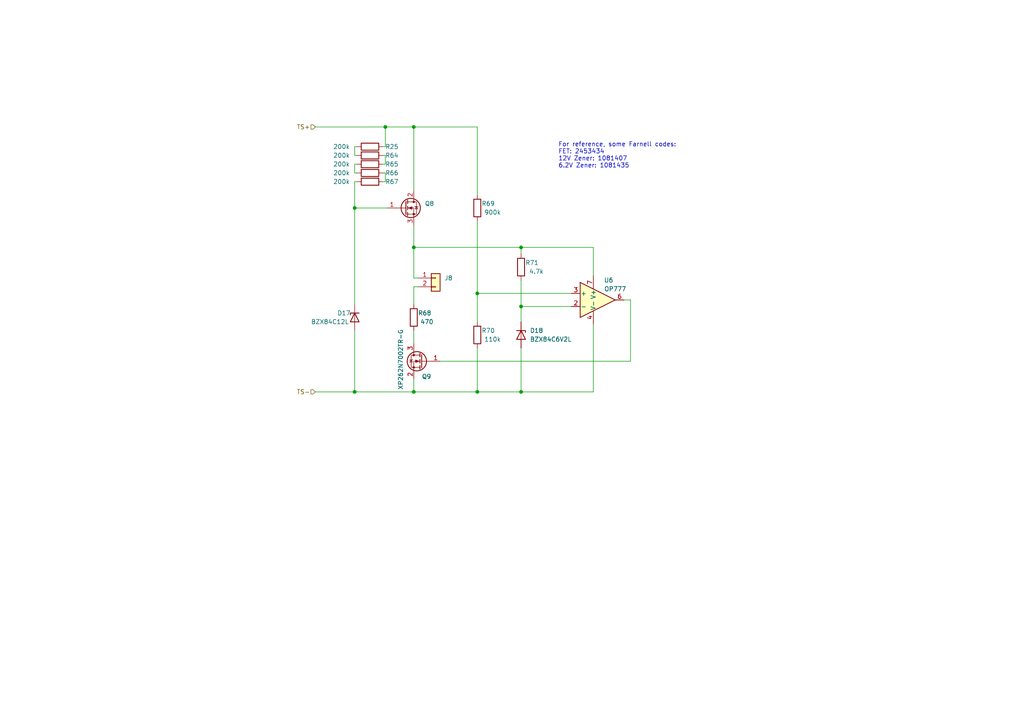
<source format=kicad_sch>
(kicad_sch (version 20211123) (generator eeschema)
  (paper "A4")
  (lib_symbols
    (symbol "Connector_Generic:Conn_01x02" (pin_names (offset 1.016) hide)
      (property "Reference" "J" (at 0 2.54 0))
      (property "Value" "Conn_01x02" (at 0 -5.08 0))
      (symbol "Conn_01x02_1_1"
        (rectangle (start -1.27 -2.413) (end 0 -2.667) (stroke (width 0.1524)))
        (rectangle (start -1.27 0.127) (end 0 -0.127) (stroke (width 0.1524)))
        (rectangle (start -1.27 1.27) (end 1.27 -3.81) (stroke (width 0.254)) (fill (type background)))
        (pin passive line (at -5.08 0 0) (length 3.81) (name "Pin_1") (number "1"))
        (pin passive line (at -5.08 -2.54 0) (length 3.81) (name "Pin_2") (number "2"))
      )
    )
    (symbol "Device:Q_NMOS_GSD" (pin_names (offset 0) hide)
      (property "Reference" "Q" (at 5.08 1.27 0))
      (property "Value" "Q_NMOS_GSD" (at 5.08 -1.27 0))
      (symbol "Q_NMOS_GSD_0_1"
        (polyline (pts (xy 0.254 0) (xy -2.54 0)))
        (polyline (pts (xy 0.254 1.905) (xy 0.254 -1.905)) (stroke (width 0.254)))
        (polyline (pts (xy 0.762 -1.27) (xy 0.762 -2.286)) (stroke (width 0.254)))
        (polyline (pts (xy 0.762 0.508) (xy 0.762 -0.508)) (stroke (width 0.254)))
        (polyline (pts (xy 0.762 2.286) (xy 0.762 1.27)) (stroke (width 0.254)))
        (polyline (pts (xy 2.54 2.54) (xy 2.54 1.778)))
        (polyline (pts (xy 2.54 -2.54) (xy 2.54 0) (xy 0.762 0)))
        (polyline (pts (xy 0.762 -1.778) (xy 3.302 -1.778) (xy 3.302 1.778) (xy 0.762 1.778)))
        (polyline (pts (xy 1.016 0) (xy 2.032 0.381) (xy 2.032 -0.381) (xy 1.016 0)) (fill (type outline)))
        (polyline (pts (xy 2.794 0.508) (xy 2.921 0.381) (xy 3.683 0.381) (xy 3.81 0.254)))
        (polyline (pts (xy 3.302 0.381) (xy 2.921 -0.254) (xy 3.683 -0.254) (xy 3.302 0.381)))
        (circle (center 1.651 0) (radius 2.794) (stroke (width 0.254)))
        (circle (center 2.54 -1.778) (radius 0.254) (fill (type outline)))
        (circle (center 2.54 1.778) (radius 0.254) (fill (type outline)))
      )
      (symbol "Q_NMOS_GSD_1_1"
        (pin input line (at -5.08 0 0) (length 2.54) (name "G") (number "1"))
        (pin passive line (at 2.54 -5.08 90) (length 2.54) (name "S") (number "2"))
        (pin passive line (at 2.54 5.08 270) (length 2.54) (name "D") (number "3"))
      )
    )
    (symbol "Device:R" (pin_numbers hide) (pin_names (offset 0))
      (property "Reference" "R" (at 2.032 0 90))
      (property "Value" "R" (at 0 0 90))
      (symbol "R_0_1"
        (rectangle (start -1.016 -2.54) (end 1.016 2.54) (stroke (width 0.254)))
      )
      (symbol "R_1_1"
        (pin passive line (at 0 3.81 270) (length 1.27) (name "~") (number "1"))
        (pin passive line (at 0 -3.81 90) (length 1.27) (name "~") (number "2"))
      )
    )
    (symbol "Diode:BZX84Cxx" (pin_numbers hide) (pin_names hide)
      (property "Reference" "D" (at 0 3.81 0))
      (property "Value" "BZX84Cxx" (at 0 -3.81 0))
      (symbol "BZX84Cxx_0_1"
        (polyline (pts (xy 1.27 0) (xy -1.27 0)))
        (polyline (pts (xy -1.27 -1.27) (xy -1.27 1.27) (xy -0.762 1.27)) (stroke (width 0.254)))
        (polyline (pts (xy 1.27 -1.27) (xy 1.27 1.27) (xy -1.27 0) (xy 1.27 -1.27)) (stroke (width 0.254)))
      )
      (symbol "BZX84Cxx_1_1"
        (pin passive line (at 3.81 0 180) (length 2.54) (name "A") (number "1"))
        (pin no_connect line (at 1.27 0 180) (length 2.54) hide (name "NC") (number "2"))
        (pin passive line (at -3.81 0 0) (length 2.54) (name "K") (number "3"))
      )
    )
    (symbol "symbols:FQD1N80TM" (pin_names hide)
      (property "Reference" "Q" (at 6.35 1.905 0))
      (property "Value" "FQD1N80TM" (at 6.35 0 0))
      (symbol "FQD1N80TM_0_1"
        (polyline (pts (xy 0.254 0) (xy -2.54 0)))
        (polyline (pts (xy 0.254 1.905) (xy 0.254 -1.905)) (stroke (width 0.254)))
        (polyline (pts (xy 0.762 -1.27) (xy 0.762 -2.286)) (stroke (width 0.254)))
        (polyline (pts (xy 0.762 0.508) (xy 0.762 -0.508)) (stroke (width 0.254)))
        (polyline (pts (xy 0.762 2.286) (xy 0.762 1.27)) (stroke (width 0.254)))
        (polyline (pts (xy 2.54 2.54) (xy 2.54 1.778)))
        (polyline (pts (xy 2.54 -2.54) (xy 2.54 0) (xy 0.762 0)))
        (polyline (pts (xy 0.762 -1.778) (xy 3.302 -1.778) (xy 3.302 1.778) (xy 0.762 1.778)))
        (polyline (pts (xy 1.016 0) (xy 2.032 0.381) (xy 2.032 -0.381) (xy 1.016 0)) (fill (type outline)))
        (polyline (pts (xy 2.794 0.508) (xy 2.921 0.381) (xy 3.683 0.381) (xy 3.81 0.254)))
        (polyline (pts (xy 3.302 0.381) (xy 2.921 -0.254) (xy 3.683 -0.254) (xy 3.302 0.381)))
        (circle (center 1.651 0) (radius 2.794) (stroke (width 0.254)))
        (circle (center 2.54 -1.778) (radius 0.254) (fill (type outline)))
        (circle (center 2.54 1.778) (radius 0.254) (fill (type outline)))
      )
      (symbol "FQD1N80TM_1_1"
        (pin input line (at -5.08 0 0) (length 2.54) (name "G") (number "1"))
        (pin passive line (at 2.54 5.08 270) (length 2.54) (name "D") (number "2"))
        (pin passive line (at 2.54 -5.08 90) (length 2.54) (name "S") (number "3"))
      )
    )
    (symbol "symbols:OP777" (pin_names (offset 0.127))
      (property "Reference" "U" (at 1.27 5.715 0))
      (property "Value" "OP777" (at 1.27 3.175 0))
      (symbol "OP777_0_1"
        (polyline (pts (xy -5.08 5.08) (xy 5.08 0) (xy -5.08 -5.08) (xy -5.08 5.08)) (stroke (width 0.254)) (fill (type background)))
      )
      (symbol "OP777_1_1"
        (pin no_connect line (at -2.54 -8.89 90) (length 5.08) hide (name "") (number "1"))
        (pin input line (at -7.62 -1.905 0) (length 2.54) (name "-") (number "2"))
        (pin input line (at -7.62 1.905 0) (length 2.54) (name "+") (number "3"))
        (pin power_in line (at -1.27 -6.985 90) (length 3.81) (name "V-") (number "4"))
        (pin no_connect line (at -2.54 6.35 270) (length 2.54) hide (name "NC") (number "5"))
        (pin output line (at 7.62 0 180) (length 2.54) (name "~") (number "6"))
        (pin power_in line (at -1.27 6.985 270) (length 3.81) (name "V+") (number "7"))
        (pin no_connect line (at 2.54 -7.62 90) (length 6.35) hide (name "") (number "8"))
      )
    )
  )
  (junction (at 151.13 71.755))
  (junction (at 111.76 36.83))
  (junction (at 120.015 113.665))
  (junction (at 138.43 85.09))
  (junction (at 102.87 113.665))
  (junction (at 120.015 36.83))
  (junction (at 102.87 60.325))
  (junction (at 138.43 113.665))
  (junction (at 151.13 88.9))
  (junction (at 120.015 71.755))
  (junction (at 151.13 113.665))
  (wire (pts (xy 151.13 71.755) (xy 172.085 71.755)))
  (wire (pts (xy 182.88 86.995) (xy 182.88 104.775)))
  (wire (pts (xy 172.085 80.01) (xy 172.085 71.755)))
  (wire (pts (xy 151.13 100.965) (xy 151.13 113.665)))
  (wire (pts (xy 120.015 71.755) (xy 120.015 80.645)))
  (wire (pts (xy 102.87 52.705) (xy 102.87 60.325)))
  (wire (pts (xy 151.13 88.9) (xy 151.13 93.345)))
  (wire (pts (xy 120.015 83.185) (xy 121.285 83.185)))
  (wire (pts (xy 102.87 60.325) (xy 102.87 88.265)))
  (wire (pts (xy 111.125 50.165) (xy 111.76 50.165)))
  (wire (pts (xy 102.87 42.545) (xy 103.505 42.545)))
  (wire (pts (xy 138.43 36.83) (xy 138.43 56.515)))
  (wire (pts (xy 138.43 85.09) (xy 138.43 93.345)))
  (wire (pts (xy 102.87 60.325) (xy 112.395 60.325)))
  (wire (pts (xy 111.125 42.545) (xy 111.76 42.545)))
  (wire (pts (xy 102.87 45.085) (xy 102.87 42.545)))
  (wire (pts (xy 103.505 50.165) (xy 102.87 50.165)))
  (wire (pts (xy 120.015 36.83) (xy 138.43 36.83)))
  (wire (pts (xy 138.43 85.09) (xy 165.735 85.09)))
  (wire (pts (xy 138.43 113.665) (xy 120.015 113.665)))
  (wire (pts (xy 120.015 95.885) (xy 120.015 99.695)))
  (wire (pts (xy 111.76 36.83) (xy 111.76 42.545)))
  (wire (pts (xy 120.015 71.755) (xy 151.13 71.755)))
  (wire (pts (xy 111.125 45.085) (xy 111.76 45.085)))
  (wire (pts (xy 102.87 50.165) (xy 102.87 47.625)))
  (wire (pts (xy 111.125 52.705) (xy 111.76 52.705)))
  (wire (pts (xy 120.015 83.185) (xy 120.015 88.265)))
  (wire (pts (xy 127.635 104.775) (xy 182.88 104.775)))
  (wire (pts (xy 91.44 113.665) (xy 102.87 113.665)))
  (wire (pts (xy 91.44 36.83) (xy 111.76 36.83)))
  (wire (pts (xy 180.975 86.995) (xy 182.88 86.995)))
  (wire (pts (xy 138.43 64.135) (xy 138.43 85.09)))
  (wire (pts (xy 111.76 36.83) (xy 120.015 36.83)))
  (wire (pts (xy 120.015 109.855) (xy 120.015 113.665)))
  (wire (pts (xy 138.43 100.965) (xy 138.43 113.665)))
  (wire (pts (xy 103.505 52.705) (xy 102.87 52.705)))
  (wire (pts (xy 120.015 80.645) (xy 121.285 80.645)))
  (wire (pts (xy 172.085 93.98) (xy 172.085 113.665)))
  (wire (pts (xy 102.87 113.665) (xy 102.87 95.885)))
  (wire (pts (xy 120.015 113.665) (xy 102.87 113.665)))
  (wire (pts (xy 151.13 81.28) (xy 151.13 88.9)))
  (wire (pts (xy 120.015 65.405) (xy 120.015 71.755)))
  (wire (pts (xy 111.125 47.625) (xy 111.76 47.625)))
  (wire (pts (xy 103.505 45.085) (xy 102.87 45.085)))
  (wire (pts (xy 102.87 47.625) (xy 103.505 47.625)))
  (wire (pts (xy 172.085 113.665) (xy 151.13 113.665)))
  (wire (pts (xy 151.13 88.9) (xy 165.735 88.9)))
  (wire (pts (xy 120.015 36.83) (xy 120.015 55.245)))
  (wire (pts (xy 111.76 50.165) (xy 111.76 52.705)))
  (wire (pts (xy 111.76 47.625) (xy 111.76 45.085)))
  (wire (pts (xy 138.43 113.665) (xy 151.13 113.665)))
  (wire (pts (xy 151.13 71.755) (xy 151.13 73.66)))
  (text "For reference, some Farnell codes:\nFET: 2453434\n12V Zener: 1081407\n6.2V Zener: 1081435" (at 161.925 48.895 0) (effects (font (size 1.27 1.27)) (justify left bottom)))
  (hierarchical_label "TS+" (shape input) (at 91.44 36.83 180))
  (hierarchical_label "TS-" (shape input) (at 91.44 113.665 180))
  (symbol (lib_id "Device:R") (at 151.13 77.47 180) (unit 1)
    (property "Reference" "R71" (at 154.305 76.2 0))
    (property "Value" "4.7k" (at 155.575 78.74 0))
    (property "Footprint" "Resistor_SMD:R_0603_1608Metric" (effects hide))
  )
  (symbol (lib_id "Diode:BZX84Cxx") (at 102.87 92.075 90) (mirror x) (unit 1)
    (property "Reference" "D17" (at 97.79 90.805 90) (effects (justify right)))
    (property "Value" "BZX84C12L" (at 90.17 93.345 90) (effects (justify right)))
    (property "Footprint" "Package_TO_SOT_SMD:SOT-23" (effects hide))
    (property "Datasheet" "https://diotec.com/tl_files/diotec/files/pdf/datasheets/bzx84c2v4.pdf" (effects hide))
  )
  (symbol (lib_id "Device:R") (at 107.315 50.165 90) (unit 1)
    (property "Reference" "R66" (at 113.665 50.165 90))
    (property "Value" "200k" (at 99.06 50.165 90))
    (property "Footprint" "Resistor_SMD:R_0805_2012Metric" (effects hide))
  )
  (symbol (lib_id "symbols:OP777") (at 173.355 86.995 0) (unit 1)
    (property "Reference" "U6" (at 176.53 81.28 0))
    (property "Value" "OP777" (at 178.435 83.82 0))
    (property "Footprint" "Package_SO:SOIC-8_3.9x4.9mm_P1.27mm" (effects hide))
    (property "Datasheet" "https://www.analog.com/media/en/technical-documentation/data-sheets/OP777_727_747.pdf" (effects hide))
  )
  (symbol (lib_id "Device:R") (at 107.315 42.545 90) (unit 1)
    (property "Reference" "R25" (at 113.665 42.545 90))
    (property "Value" "200k" (at 99.06 42.545 90))
    (property "Footprint" "Resistor_SMD:R_0805_2012Metric" (effects hide))
  )
  (symbol (lib_id "Device:R") (at 120.015 92.075 180) (unit 1)
    (property "Reference" "R68" (at 123.19 90.805 0))
    (property "Value" "470" (at 123.825 93.345 0))
    (property "Footprint" "Resistor_SMD:R_0603_1608Metric" (effects hide))
  )
  (symbol (lib_id "Connector_Generic:Conn_01x02") (at 126.365 80.645 0) (unit 1)
    (property "Reference" "J8" (at 128.905 80.645 0) (effects (justify left)))
  )
  (symbol (lib_id "Device:R") (at 138.43 97.155 180) (unit 1)
    (property "Reference" "R70" (at 141.605 95.885 0))
    (property "Value" "110k" (at 142.875 98.425 0))
    (property "Footprint" "Resistor_SMD:R_0603_1608Metric" (effects hide))
  )
  (symbol (lib_id "Device:R") (at 107.315 45.085 90) (unit 1)
    (property "Reference" "R64" (at 113.665 45.085 90))
    (property "Value" "200k" (at 99.06 45.085 90))
    (property "Footprint" "Resistor_SMD:R_0805_2012Metric" (effects hide))
  )
  (symbol (lib_id "Device:R") (at 107.315 47.625 90) (unit 1)
    (property "Reference" "R65" (at 113.665 47.625 90))
    (property "Value" "200k" (at 99.06 47.625 90))
    (property "Footprint" "Resistor_SMD:R_0805_2012Metric" (effects hide))
  )
  (symbol (lib_id "Device:Q_NMOS_GSD") (at 122.555 104.775 0) (mirror y) (unit 1)
    (property "Reference" "Q9" (at 125.095 109.22 0) (effects (justify left)))
    (property "Value" "XP262N7002TR-G" (at 116.205 113.03 90) (effects (justify left)))
    (property "Footprint" "Package_TO_SOT_SMD:SOT-23" (effects hide))
  )
  (symbol (lib_id "symbols:FQD1N80TM") (at 117.475 60.325 0) (unit 1)
    (property "Reference" "Q8" (at 123.19 59.0549 0) (effects (justify left)))
  )
  (symbol (lib_id "Device:R") (at 107.315 52.705 90) (unit 1)
    (property "Reference" "R67" (at 113.665 52.705 90))
    (property "Value" "200k" (at 99.06 52.705 90))
    (property "Footprint" "Resistor_SMD:R_0805_2012Metric" (effects hide))
  )
  (symbol (lib_id "Device:R") (at 138.43 60.325 180) (unit 1)
    (property "Reference" "R69" (at 141.605 59.055 0))
    (property "Value" "900k" (at 142.875 61.595 0))
    (property "Footprint" "Resistor_SMD:R_0603_1608Metric" (effects hide))
  )
  (symbol (lib_id "Diode:BZX84Cxx") (at 151.13 97.155 270) (unit 1)
    (property "Reference" "D18" (at 153.67 95.8849 90) (effects (justify left)))
    (property "Value" "BZX84C6V2L" (at 153.67 98.4249 90) (effects (justify left)))
    (property "Footprint" "Package_TO_SOT_SMD:SOT-23" (effects hide))
    (property "Datasheet" "https://diotec.com/tl_files/diotec/files/pdf/datasheets/bzx84c2v4.pdf" (effects hide))
  )
)
</source>
